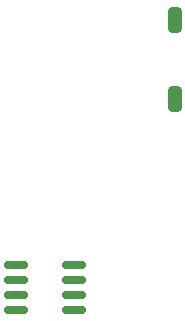
<source format=gbr>
%TF.GenerationSoftware,KiCad,Pcbnew,9.0.6*%
%TF.CreationDate,2025-12-24T19:30:20-05:00*%
%TF.ProjectId,tmp36 circuit,746d7033-3620-4636-9972-637569742e6b,rev?*%
%TF.SameCoordinates,Original*%
%TF.FileFunction,Paste,Top*%
%TF.FilePolarity,Positive*%
%FSLAX46Y46*%
G04 Gerber Fmt 4.6, Leading zero omitted, Abs format (unit mm)*
G04 Created by KiCad (PCBNEW 9.0.6) date 2025-12-24 19:30:20*
%MOMM*%
%LPD*%
G01*
G04 APERTURE LIST*
G04 Aperture macros list*
%AMRoundRect*
0 Rectangle with rounded corners*
0 $1 Rounding radius*
0 $2 $3 $4 $5 $6 $7 $8 $9 X,Y pos of 4 corners*
0 Add a 4 corners polygon primitive as box body*
4,1,4,$2,$3,$4,$5,$6,$7,$8,$9,$2,$3,0*
0 Add four circle primitives for the rounded corners*
1,1,$1+$1,$2,$3*
1,1,$1+$1,$4,$5*
1,1,$1+$1,$6,$7*
1,1,$1+$1,$8,$9*
0 Add four rect primitives between the rounded corners*
20,1,$1+$1,$2,$3,$4,$5,0*
20,1,$1+$1,$4,$5,$6,$7,0*
20,1,$1+$1,$6,$7,$8,$9,0*
20,1,$1+$1,$8,$9,$2,$3,0*%
G04 Aperture macros list end*
%ADD10RoundRect,0.250000X0.310000X-0.830000X0.310000X0.830000X-0.310000X0.830000X-0.310000X-0.830000X0*%
%ADD11RoundRect,0.150000X-0.825000X-0.150000X0.825000X-0.150000X0.825000X0.150000X-0.825000X0.150000X0*%
G04 APERTURE END LIST*
D10*
%TO.C,SW1*%
X161200000Y-73090000D03*
X161200000Y-66360000D03*
%TD*%
D11*
%TO.C,U2*%
X147775000Y-87095000D03*
X147775000Y-88365000D03*
X147775000Y-89635000D03*
X147775000Y-90905000D03*
X152725000Y-90905000D03*
X152725000Y-89635000D03*
X152725000Y-88365000D03*
X152725000Y-87095000D03*
%TD*%
M02*

</source>
